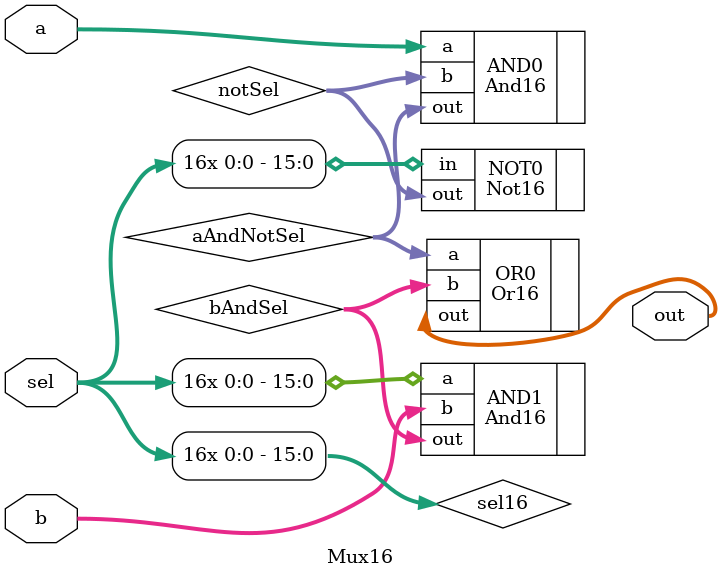
<source format=v>
/**
 * 16-bit multiplexor: 
 * for i = 0..15 out[i] = a[i] if sel == 0 
 *                        b[i] if sel == 1
 */

`default_nettype none
module Mux16(
	input [15:0] a,
	input [15:0] b,
   	input sel,
	output [15:0] out
);

    // verilog would also supply the short hand
    // assign out = sel ? b : a;

    wire [15:0] sel16;

	wire [15:0] notSel;
    wire [15:0] aAndNotSel;
    wire [15:0] bAndSel;

    assign sel16 = {16{sel}};

    Not16 NOT0(.out(notSel),.in(sel16));
    And16 AND0(.out(aAndNotSel),.a(a),.b(notSel));
    And16 AND1(.out(bAndSel),.a(sel16),.b(b));
    Or16 OR0(.out(out),.a(aAndNotSel),.b(bAndSel));

endmodule


</source>
